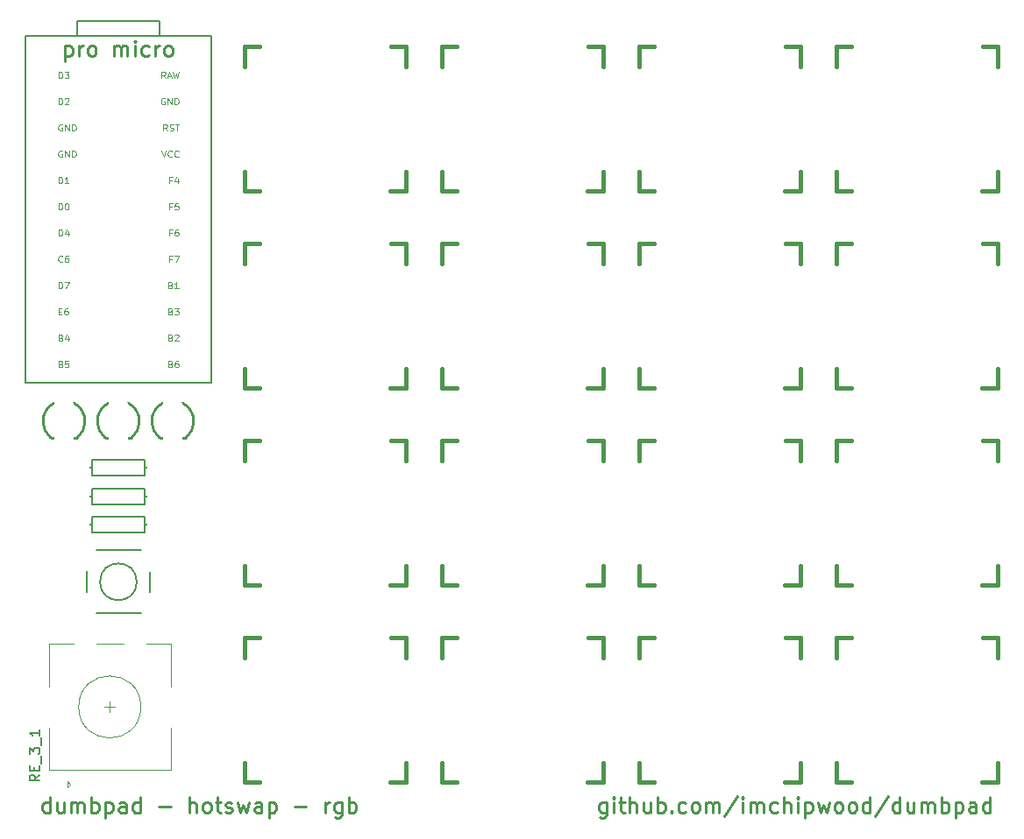
<source format=gto>
%TF.GenerationSoftware,KiCad,Pcbnew,(6.0.1)*%
%TF.CreationDate,2022-02-09T09:53:17+01:00*%
%TF.ProjectId,dumbpad,64756d62-7061-4642-9e6b-696361645f70,rev?*%
%TF.SameCoordinates,Original*%
%TF.FileFunction,Legend,Top*%
%TF.FilePolarity,Positive*%
%FSLAX46Y46*%
G04 Gerber Fmt 4.6, Leading zero omitted, Abs format (unit mm)*
G04 Created by KiCad (PCBNEW (6.0.1)) date 2022-02-09 09:53:17*
%MOMM*%
%LPD*%
G01*
G04 APERTURE LIST*
%ADD10C,0.152400*%
%ADD11C,0.112500*%
%ADD12C,0.262500*%
%ADD13C,0.150000*%
%ADD14C,0.203200*%
%ADD15C,0.120000*%
%ADD16C,0.254000*%
%ADD17C,0.381000*%
%ADD18C,2.006600*%
%ADD19C,2.100000*%
%ADD20R,2.000000X2.000000*%
%ADD21C,2.000000*%
%ADD22R,2.000000X3.200000*%
%ADD23C,4.100000*%
%ADD24C,1.700000*%
%ADD25C,3.600000*%
%ADD26C,1.477000*%
G04 APERTURE END LIST*
D10*
X119051100Y-68253600D02*
X119051100Y-101753600D01*
X106051100Y-66753600D02*
X114051100Y-66753600D01*
X106051100Y-68253600D02*
X106051100Y-66753600D01*
X114051100Y-66753600D02*
X114051100Y-68253600D01*
X114051100Y-68253600D02*
X119051100Y-68253600D01*
X101051100Y-68253600D02*
X106051100Y-68253600D01*
X101051100Y-101753600D02*
X101051100Y-68253600D01*
X119051100Y-101753600D02*
X101051100Y-101753600D01*
X106051100Y-68253600D02*
X114051100Y-68253600D01*
D11*
X104276010Y-87571992D02*
X104276010Y-86934492D01*
X104427796Y-86934492D01*
X104518867Y-86964850D01*
X104579582Y-87025564D01*
X104609939Y-87086278D01*
X104640296Y-87207707D01*
X104640296Y-87298778D01*
X104609939Y-87420207D01*
X104579582Y-87480921D01*
X104518867Y-87541635D01*
X104427796Y-87571992D01*
X104276010Y-87571992D01*
X105186725Y-87146992D02*
X105186725Y-87571992D01*
X105034939Y-86904135D02*
X104883153Y-87359492D01*
X105277796Y-87359492D01*
X115188689Y-89778064D02*
X114976189Y-89778064D01*
X114976189Y-90111992D02*
X114976189Y-89474492D01*
X115279760Y-89474492D01*
X115461903Y-89474492D02*
X115886903Y-89474492D01*
X115613689Y-90111992D01*
X104488510Y-99938064D02*
X104579582Y-99968421D01*
X104609939Y-99998778D01*
X104640296Y-100059492D01*
X104640296Y-100150564D01*
X104609939Y-100211278D01*
X104579582Y-100241635D01*
X104518867Y-100271992D01*
X104276010Y-100271992D01*
X104276010Y-99634492D01*
X104488510Y-99634492D01*
X104549225Y-99664850D01*
X104579582Y-99695207D01*
X104609939Y-99755921D01*
X104609939Y-99816635D01*
X104579582Y-99877350D01*
X104549225Y-99907707D01*
X104488510Y-99938064D01*
X104276010Y-99938064D01*
X105217082Y-99634492D02*
X104913510Y-99634492D01*
X104883153Y-99938064D01*
X104913510Y-99907707D01*
X104974225Y-99877350D01*
X105126010Y-99877350D01*
X105186725Y-99907707D01*
X105217082Y-99938064D01*
X105247439Y-99998778D01*
X105247439Y-100150564D01*
X105217082Y-100211278D01*
X105186725Y-100241635D01*
X105126010Y-100271992D01*
X104974225Y-100271992D01*
X104913510Y-100241635D01*
X104883153Y-100211278D01*
X104276010Y-92651992D02*
X104276010Y-92014492D01*
X104427796Y-92014492D01*
X104518867Y-92044850D01*
X104579582Y-92105564D01*
X104609939Y-92166278D01*
X104640296Y-92287707D01*
X104640296Y-92378778D01*
X104609939Y-92500207D01*
X104579582Y-92560921D01*
X104518867Y-92621635D01*
X104427796Y-92651992D01*
X104276010Y-92651992D01*
X104852796Y-92014492D02*
X105277796Y-92014492D01*
X105004582Y-92651992D01*
X115097617Y-92318064D02*
X115188689Y-92348421D01*
X115219046Y-92378778D01*
X115249403Y-92439492D01*
X115249403Y-92530564D01*
X115219046Y-92591278D01*
X115188689Y-92621635D01*
X115127975Y-92651992D01*
X114885117Y-92651992D01*
X114885117Y-92014492D01*
X115097617Y-92014492D01*
X115158332Y-92044850D01*
X115188689Y-92075207D01*
X115219046Y-92135921D01*
X115219046Y-92196635D01*
X115188689Y-92257350D01*
X115158332Y-92287707D01*
X115097617Y-92318064D01*
X114885117Y-92318064D01*
X115856546Y-92651992D02*
X115492260Y-92651992D01*
X115674403Y-92651992D02*
X115674403Y-92014492D01*
X115613689Y-92105564D01*
X115552975Y-92166278D01*
X115492260Y-92196635D01*
X115097617Y-97398064D02*
X115188689Y-97428421D01*
X115219046Y-97458778D01*
X115249403Y-97519492D01*
X115249403Y-97610564D01*
X115219046Y-97671278D01*
X115188689Y-97701635D01*
X115127975Y-97731992D01*
X114885117Y-97731992D01*
X114885117Y-97094492D01*
X115097617Y-97094492D01*
X115158332Y-97124850D01*
X115188689Y-97155207D01*
X115219046Y-97215921D01*
X115219046Y-97276635D01*
X115188689Y-97337350D01*
X115158332Y-97367707D01*
X115097617Y-97398064D01*
X114885117Y-97398064D01*
X115492260Y-97155207D02*
X115522617Y-97124850D01*
X115583332Y-97094492D01*
X115735117Y-97094492D01*
X115795832Y-97124850D01*
X115826189Y-97155207D01*
X115856546Y-97215921D01*
X115856546Y-97276635D01*
X115826189Y-97367707D01*
X115461903Y-97731992D01*
X115856546Y-97731992D01*
X104640296Y-90051278D02*
X104609939Y-90081635D01*
X104518867Y-90111992D01*
X104458153Y-90111992D01*
X104367082Y-90081635D01*
X104306367Y-90020921D01*
X104276010Y-89960207D01*
X104245653Y-89838778D01*
X104245653Y-89747707D01*
X104276010Y-89626278D01*
X104306367Y-89565564D01*
X104367082Y-89504850D01*
X104458153Y-89474492D01*
X104518867Y-89474492D01*
X104609939Y-89504850D01*
X104640296Y-89535207D01*
X105186725Y-89474492D02*
X105065296Y-89474492D01*
X105004582Y-89504850D01*
X104974225Y-89535207D01*
X104913510Y-89626278D01*
X104883153Y-89747707D01*
X104883153Y-89990564D01*
X104913510Y-90051278D01*
X104943867Y-90081635D01*
X105004582Y-90111992D01*
X105126010Y-90111992D01*
X105186725Y-90081635D01*
X105217082Y-90051278D01*
X105247439Y-89990564D01*
X105247439Y-89838778D01*
X105217082Y-89778064D01*
X105186725Y-89747707D01*
X105126010Y-89717350D01*
X105004582Y-89717350D01*
X104943867Y-89747707D01*
X104913510Y-89778064D01*
X104883153Y-89838778D01*
X104488510Y-97398064D02*
X104579582Y-97428421D01*
X104609939Y-97458778D01*
X104640296Y-97519492D01*
X104640296Y-97610564D01*
X104609939Y-97671278D01*
X104579582Y-97701635D01*
X104518867Y-97731992D01*
X104276010Y-97731992D01*
X104276010Y-97094492D01*
X104488510Y-97094492D01*
X104549225Y-97124850D01*
X104579582Y-97155207D01*
X104609939Y-97215921D01*
X104609939Y-97276635D01*
X104579582Y-97337350D01*
X104549225Y-97367707D01*
X104488510Y-97398064D01*
X104276010Y-97398064D01*
X105186725Y-97306992D02*
X105186725Y-97731992D01*
X105034939Y-97064135D02*
X104883153Y-97519492D01*
X105277796Y-97519492D01*
X104276010Y-72331992D02*
X104276010Y-71694492D01*
X104427796Y-71694492D01*
X104518867Y-71724850D01*
X104579582Y-71785564D01*
X104609939Y-71846278D01*
X104640296Y-71967707D01*
X104640296Y-72058778D01*
X104609939Y-72180207D01*
X104579582Y-72240921D01*
X104518867Y-72301635D01*
X104427796Y-72331992D01*
X104276010Y-72331992D01*
X104852796Y-71694492D02*
X105247439Y-71694492D01*
X105034939Y-71937350D01*
X105126010Y-71937350D01*
X105186725Y-71967707D01*
X105217082Y-71998064D01*
X105247439Y-72058778D01*
X105247439Y-72210564D01*
X105217082Y-72271278D01*
X105186725Y-72301635D01*
X105126010Y-72331992D01*
X104943867Y-72331992D01*
X104883153Y-72301635D01*
X104852796Y-72271278D01*
X114217260Y-79314492D02*
X114429760Y-79951992D01*
X114642260Y-79314492D01*
X115219046Y-79891278D02*
X115188689Y-79921635D01*
X115097617Y-79951992D01*
X115036903Y-79951992D01*
X114945832Y-79921635D01*
X114885117Y-79860921D01*
X114854760Y-79800207D01*
X114824403Y-79678778D01*
X114824403Y-79587707D01*
X114854760Y-79466278D01*
X114885117Y-79405564D01*
X114945832Y-79344850D01*
X115036903Y-79314492D01*
X115097617Y-79314492D01*
X115188689Y-79344850D01*
X115219046Y-79375207D01*
X115856546Y-79891278D02*
X115826189Y-79921635D01*
X115735117Y-79951992D01*
X115674403Y-79951992D01*
X115583332Y-79921635D01*
X115522617Y-79860921D01*
X115492260Y-79800207D01*
X115461903Y-79678778D01*
X115461903Y-79587707D01*
X115492260Y-79466278D01*
X115522617Y-79405564D01*
X115583332Y-79344850D01*
X115674403Y-79314492D01*
X115735117Y-79314492D01*
X115826189Y-79344850D01*
X115856546Y-79375207D01*
X104276010Y-94858064D02*
X104488510Y-94858064D01*
X104579582Y-95191992D02*
X104276010Y-95191992D01*
X104276010Y-94554492D01*
X104579582Y-94554492D01*
X105126010Y-94554492D02*
X105004582Y-94554492D01*
X104943867Y-94584850D01*
X104913510Y-94615207D01*
X104852796Y-94706278D01*
X104822439Y-94827707D01*
X104822439Y-95070564D01*
X104852796Y-95131278D01*
X104883153Y-95161635D01*
X104943867Y-95191992D01*
X105065296Y-95191992D01*
X105126010Y-95161635D01*
X105156367Y-95131278D01*
X105186725Y-95070564D01*
X105186725Y-94918778D01*
X105156367Y-94858064D01*
X105126010Y-94827707D01*
X105065296Y-94797350D01*
X104943867Y-94797350D01*
X104883153Y-94827707D01*
X104852796Y-94858064D01*
X104822439Y-94918778D01*
D12*
X104915683Y-69191100D02*
X104915683Y-70678600D01*
X104915683Y-69261933D02*
X105057350Y-69191100D01*
X105340683Y-69191100D01*
X105482350Y-69261933D01*
X105553183Y-69332766D01*
X105624016Y-69474433D01*
X105624016Y-69899433D01*
X105553183Y-70041100D01*
X105482350Y-70111933D01*
X105340683Y-70182766D01*
X105057350Y-70182766D01*
X104915683Y-70111933D01*
X106261516Y-70182766D02*
X106261516Y-69191100D01*
X106261516Y-69474433D02*
X106332350Y-69332766D01*
X106403183Y-69261933D01*
X106544850Y-69191100D01*
X106686516Y-69191100D01*
X107394850Y-70182766D02*
X107253183Y-70111933D01*
X107182350Y-70041100D01*
X107111516Y-69899433D01*
X107111516Y-69474433D01*
X107182350Y-69332766D01*
X107253183Y-69261933D01*
X107394850Y-69191100D01*
X107607350Y-69191100D01*
X107749016Y-69261933D01*
X107819850Y-69332766D01*
X107890683Y-69474433D01*
X107890683Y-69899433D01*
X107819850Y-70041100D01*
X107749016Y-70111933D01*
X107607350Y-70182766D01*
X107394850Y-70182766D01*
X109661516Y-70182766D02*
X109661516Y-69191100D01*
X109661516Y-69332766D02*
X109732350Y-69261933D01*
X109874016Y-69191100D01*
X110086516Y-69191100D01*
X110228183Y-69261933D01*
X110299016Y-69403600D01*
X110299016Y-70182766D01*
X110299016Y-69403600D02*
X110369850Y-69261933D01*
X110511516Y-69191100D01*
X110724016Y-69191100D01*
X110865683Y-69261933D01*
X110936516Y-69403600D01*
X110936516Y-70182766D01*
X111644850Y-70182766D02*
X111644850Y-69191100D01*
X111644850Y-68695266D02*
X111574016Y-68766100D01*
X111644850Y-68836933D01*
X111715683Y-68766100D01*
X111644850Y-68695266D01*
X111644850Y-68836933D01*
X112990683Y-70111933D02*
X112849016Y-70182766D01*
X112565683Y-70182766D01*
X112424016Y-70111933D01*
X112353183Y-70041100D01*
X112282350Y-69899433D01*
X112282350Y-69474433D01*
X112353183Y-69332766D01*
X112424016Y-69261933D01*
X112565683Y-69191100D01*
X112849016Y-69191100D01*
X112990683Y-69261933D01*
X113628183Y-70182766D02*
X113628183Y-69191100D01*
X113628183Y-69474433D02*
X113699016Y-69332766D01*
X113769850Y-69261933D01*
X113911516Y-69191100D01*
X114053183Y-69191100D01*
X114761516Y-70182766D02*
X114619850Y-70111933D01*
X114549016Y-70041100D01*
X114478183Y-69899433D01*
X114478183Y-69474433D01*
X114549016Y-69332766D01*
X114619850Y-69261933D01*
X114761516Y-69191100D01*
X114974016Y-69191100D01*
X115115683Y-69261933D01*
X115186516Y-69332766D01*
X115257350Y-69474433D01*
X115257350Y-69899433D01*
X115186516Y-70041100D01*
X115115683Y-70111933D01*
X114974016Y-70182766D01*
X114761516Y-70182766D01*
D11*
X114581546Y-72331992D02*
X114369046Y-72028421D01*
X114217260Y-72331992D02*
X114217260Y-71694492D01*
X114460117Y-71694492D01*
X114520832Y-71724850D01*
X114551189Y-71755207D01*
X114581546Y-71815921D01*
X114581546Y-71906992D01*
X114551189Y-71967707D01*
X114520832Y-71998064D01*
X114460117Y-72028421D01*
X114217260Y-72028421D01*
X114824403Y-72149850D02*
X115127975Y-72149850D01*
X114763689Y-72331992D02*
X114976189Y-71694492D01*
X115188689Y-72331992D01*
X115340475Y-71694492D02*
X115492260Y-72331992D01*
X115613689Y-71876635D01*
X115735117Y-72331992D01*
X115886903Y-71694492D01*
D12*
X103413391Y-143307766D02*
X103413391Y-141820266D01*
X103413391Y-143236933D02*
X103271725Y-143307766D01*
X102988391Y-143307766D01*
X102846725Y-143236933D01*
X102775891Y-143166100D01*
X102705058Y-143024433D01*
X102705058Y-142599433D01*
X102775891Y-142457766D01*
X102846725Y-142386933D01*
X102988391Y-142316100D01*
X103271725Y-142316100D01*
X103413391Y-142386933D01*
X104759225Y-142316100D02*
X104759225Y-143307766D01*
X104121725Y-142316100D02*
X104121725Y-143095266D01*
X104192558Y-143236933D01*
X104334225Y-143307766D01*
X104546725Y-143307766D01*
X104688391Y-143236933D01*
X104759225Y-143166100D01*
X105467558Y-143307766D02*
X105467558Y-142316100D01*
X105467558Y-142457766D02*
X105538391Y-142386933D01*
X105680058Y-142316100D01*
X105892558Y-142316100D01*
X106034225Y-142386933D01*
X106105058Y-142528600D01*
X106105058Y-143307766D01*
X106105058Y-142528600D02*
X106175891Y-142386933D01*
X106317558Y-142316100D01*
X106530058Y-142316100D01*
X106671725Y-142386933D01*
X106742558Y-142528600D01*
X106742558Y-143307766D01*
X107450891Y-143307766D02*
X107450891Y-141820266D01*
X107450891Y-142386933D02*
X107592558Y-142316100D01*
X107875891Y-142316100D01*
X108017558Y-142386933D01*
X108088391Y-142457766D01*
X108159225Y-142599433D01*
X108159225Y-143024433D01*
X108088391Y-143166100D01*
X108017558Y-143236933D01*
X107875891Y-143307766D01*
X107592558Y-143307766D01*
X107450891Y-143236933D01*
X108796725Y-142316100D02*
X108796725Y-143803600D01*
X108796725Y-142386933D02*
X108938391Y-142316100D01*
X109221725Y-142316100D01*
X109363391Y-142386933D01*
X109434225Y-142457766D01*
X109505058Y-142599433D01*
X109505058Y-143024433D01*
X109434225Y-143166100D01*
X109363391Y-143236933D01*
X109221725Y-143307766D01*
X108938391Y-143307766D01*
X108796725Y-143236933D01*
X110780058Y-143307766D02*
X110780058Y-142528600D01*
X110709225Y-142386933D01*
X110567558Y-142316100D01*
X110284225Y-142316100D01*
X110142558Y-142386933D01*
X110780058Y-143236933D02*
X110638391Y-143307766D01*
X110284225Y-143307766D01*
X110142558Y-143236933D01*
X110071725Y-143095266D01*
X110071725Y-142953600D01*
X110142558Y-142811933D01*
X110284225Y-142741100D01*
X110638391Y-142741100D01*
X110780058Y-142670266D01*
X112125891Y-143307766D02*
X112125891Y-141820266D01*
X112125891Y-143236933D02*
X111984225Y-143307766D01*
X111700891Y-143307766D01*
X111559225Y-143236933D01*
X111488391Y-143166100D01*
X111417558Y-143024433D01*
X111417558Y-142599433D01*
X111488391Y-142457766D01*
X111559225Y-142386933D01*
X111700891Y-142316100D01*
X111984225Y-142316100D01*
X112125891Y-142386933D01*
X113967558Y-142741100D02*
X115100891Y-142741100D01*
X116942558Y-143307766D02*
X116942558Y-141820266D01*
X117580058Y-143307766D02*
X117580058Y-142528600D01*
X117509225Y-142386933D01*
X117367558Y-142316100D01*
X117155058Y-142316100D01*
X117013391Y-142386933D01*
X116942558Y-142457766D01*
X118500891Y-143307766D02*
X118359225Y-143236933D01*
X118288391Y-143166100D01*
X118217558Y-143024433D01*
X118217558Y-142599433D01*
X118288391Y-142457766D01*
X118359225Y-142386933D01*
X118500891Y-142316100D01*
X118713391Y-142316100D01*
X118855058Y-142386933D01*
X118925891Y-142457766D01*
X118996725Y-142599433D01*
X118996725Y-143024433D01*
X118925891Y-143166100D01*
X118855058Y-143236933D01*
X118713391Y-143307766D01*
X118500891Y-143307766D01*
X119421725Y-142316100D02*
X119988391Y-142316100D01*
X119634225Y-141820266D02*
X119634225Y-143095266D01*
X119705058Y-143236933D01*
X119846725Y-143307766D01*
X119988391Y-143307766D01*
X120413391Y-143236933D02*
X120555058Y-143307766D01*
X120838391Y-143307766D01*
X120980058Y-143236933D01*
X121050891Y-143095266D01*
X121050891Y-143024433D01*
X120980058Y-142882766D01*
X120838391Y-142811933D01*
X120625891Y-142811933D01*
X120484225Y-142741100D01*
X120413391Y-142599433D01*
X120413391Y-142528600D01*
X120484225Y-142386933D01*
X120625891Y-142316100D01*
X120838391Y-142316100D01*
X120980058Y-142386933D01*
X121546725Y-142316100D02*
X121830058Y-143307766D01*
X122113391Y-142599433D01*
X122396725Y-143307766D01*
X122680058Y-142316100D01*
X123884225Y-143307766D02*
X123884225Y-142528600D01*
X123813391Y-142386933D01*
X123671725Y-142316100D01*
X123388391Y-142316100D01*
X123246725Y-142386933D01*
X123884225Y-143236933D02*
X123742558Y-143307766D01*
X123388391Y-143307766D01*
X123246725Y-143236933D01*
X123175891Y-143095266D01*
X123175891Y-142953600D01*
X123246725Y-142811933D01*
X123388391Y-142741100D01*
X123742558Y-142741100D01*
X123884225Y-142670266D01*
X124592558Y-142316100D02*
X124592558Y-143803600D01*
X124592558Y-142386933D02*
X124734225Y-142316100D01*
X125017558Y-142316100D01*
X125159225Y-142386933D01*
X125230058Y-142457766D01*
X125300891Y-142599433D01*
X125300891Y-143024433D01*
X125230058Y-143166100D01*
X125159225Y-143236933D01*
X125017558Y-143307766D01*
X124734225Y-143307766D01*
X124592558Y-143236933D01*
X127071725Y-142741100D02*
X128205058Y-142741100D01*
X130046725Y-143307766D02*
X130046725Y-142316100D01*
X130046725Y-142599433D02*
X130117558Y-142457766D01*
X130188391Y-142386933D01*
X130330058Y-142316100D01*
X130471725Y-142316100D01*
X131605058Y-142316100D02*
X131605058Y-143520266D01*
X131534225Y-143661933D01*
X131463391Y-143732766D01*
X131321725Y-143803600D01*
X131109225Y-143803600D01*
X130967558Y-143732766D01*
X131605058Y-143236933D02*
X131463391Y-143307766D01*
X131180058Y-143307766D01*
X131038391Y-143236933D01*
X130967558Y-143166100D01*
X130896725Y-143024433D01*
X130896725Y-142599433D01*
X130967558Y-142457766D01*
X131038391Y-142386933D01*
X131180058Y-142316100D01*
X131463391Y-142316100D01*
X131605058Y-142386933D01*
X132313391Y-143307766D02*
X132313391Y-141820266D01*
X132313391Y-142386933D02*
X132455058Y-142316100D01*
X132738391Y-142316100D01*
X132880058Y-142386933D01*
X132950891Y-142457766D01*
X133021725Y-142599433D01*
X133021725Y-143024433D01*
X132950891Y-143166100D01*
X132880058Y-143236933D01*
X132738391Y-143307766D01*
X132455058Y-143307766D01*
X132313391Y-143236933D01*
D11*
X104276010Y-85031992D02*
X104276010Y-84394492D01*
X104427796Y-84394492D01*
X104518867Y-84424850D01*
X104579582Y-84485564D01*
X104609939Y-84546278D01*
X104640296Y-84667707D01*
X104640296Y-84758778D01*
X104609939Y-84880207D01*
X104579582Y-84940921D01*
X104518867Y-85001635D01*
X104427796Y-85031992D01*
X104276010Y-85031992D01*
X105034939Y-84394492D02*
X105095653Y-84394492D01*
X105156367Y-84424850D01*
X105186725Y-84455207D01*
X105217082Y-84515921D01*
X105247439Y-84637350D01*
X105247439Y-84789135D01*
X105217082Y-84910564D01*
X105186725Y-84971278D01*
X105156367Y-85001635D01*
X105095653Y-85031992D01*
X105034939Y-85031992D01*
X104974225Y-85001635D01*
X104943867Y-84971278D01*
X104913510Y-84910564D01*
X104883153Y-84789135D01*
X104883153Y-84637350D01*
X104913510Y-84515921D01*
X104943867Y-84455207D01*
X104974225Y-84424850D01*
X105034939Y-84394492D01*
X115097617Y-99938064D02*
X115188689Y-99968421D01*
X115219046Y-99998778D01*
X115249403Y-100059492D01*
X115249403Y-100150564D01*
X115219046Y-100211278D01*
X115188689Y-100241635D01*
X115127975Y-100271992D01*
X114885117Y-100271992D01*
X114885117Y-99634492D01*
X115097617Y-99634492D01*
X115158332Y-99664850D01*
X115188689Y-99695207D01*
X115219046Y-99755921D01*
X115219046Y-99816635D01*
X115188689Y-99877350D01*
X115158332Y-99907707D01*
X115097617Y-99938064D01*
X114885117Y-99938064D01*
X115795832Y-99634492D02*
X115674403Y-99634492D01*
X115613689Y-99664850D01*
X115583332Y-99695207D01*
X115522617Y-99786278D01*
X115492260Y-99907707D01*
X115492260Y-100150564D01*
X115522617Y-100211278D01*
X115552975Y-100241635D01*
X115613689Y-100271992D01*
X115735117Y-100271992D01*
X115795832Y-100241635D01*
X115826189Y-100211278D01*
X115856546Y-100150564D01*
X115856546Y-99998778D01*
X115826189Y-99938064D01*
X115795832Y-99907707D01*
X115735117Y-99877350D01*
X115613689Y-99877350D01*
X115552975Y-99907707D01*
X115522617Y-99938064D01*
X115492260Y-99998778D01*
X104276010Y-74871992D02*
X104276010Y-74234492D01*
X104427796Y-74234492D01*
X104518867Y-74264850D01*
X104579582Y-74325564D01*
X104609939Y-74386278D01*
X104640296Y-74507707D01*
X104640296Y-74598778D01*
X104609939Y-74720207D01*
X104579582Y-74780921D01*
X104518867Y-74841635D01*
X104427796Y-74871992D01*
X104276010Y-74871992D01*
X104883153Y-74295207D02*
X104913510Y-74264850D01*
X104974225Y-74234492D01*
X105126010Y-74234492D01*
X105186725Y-74264850D01*
X105217082Y-74295207D01*
X105247439Y-74355921D01*
X105247439Y-74416635D01*
X105217082Y-74507707D01*
X104852796Y-74871992D01*
X105247439Y-74871992D01*
X115188689Y-84698064D02*
X114976189Y-84698064D01*
X114976189Y-85031992D02*
X114976189Y-84394492D01*
X115279760Y-84394492D01*
X115826189Y-84394492D02*
X115522617Y-84394492D01*
X115492260Y-84698064D01*
X115522617Y-84667707D01*
X115583332Y-84637350D01*
X115735117Y-84637350D01*
X115795832Y-84667707D01*
X115826189Y-84698064D01*
X115856546Y-84758778D01*
X115856546Y-84910564D01*
X115826189Y-84971278D01*
X115795832Y-85001635D01*
X115735117Y-85031992D01*
X115583332Y-85031992D01*
X115522617Y-85001635D01*
X115492260Y-84971278D01*
X114520832Y-74264850D02*
X114460117Y-74234492D01*
X114369046Y-74234492D01*
X114277975Y-74264850D01*
X114217260Y-74325564D01*
X114186903Y-74386278D01*
X114156546Y-74507707D01*
X114156546Y-74598778D01*
X114186903Y-74720207D01*
X114217260Y-74780921D01*
X114277975Y-74841635D01*
X114369046Y-74871992D01*
X114429760Y-74871992D01*
X114520832Y-74841635D01*
X114551189Y-74811278D01*
X114551189Y-74598778D01*
X114429760Y-74598778D01*
X114824403Y-74871992D02*
X114824403Y-74234492D01*
X115188689Y-74871992D01*
X115188689Y-74234492D01*
X115492260Y-74871992D02*
X115492260Y-74234492D01*
X115644046Y-74234492D01*
X115735117Y-74264850D01*
X115795832Y-74325564D01*
X115826189Y-74386278D01*
X115856546Y-74507707D01*
X115856546Y-74598778D01*
X115826189Y-74720207D01*
X115795832Y-74780921D01*
X115735117Y-74841635D01*
X115644046Y-74871992D01*
X115492260Y-74871992D01*
X114763689Y-77411992D02*
X114551189Y-77108421D01*
X114399403Y-77411992D02*
X114399403Y-76774492D01*
X114642260Y-76774492D01*
X114702975Y-76804850D01*
X114733332Y-76835207D01*
X114763689Y-76895921D01*
X114763689Y-76986992D01*
X114733332Y-77047707D01*
X114702975Y-77078064D01*
X114642260Y-77108421D01*
X114399403Y-77108421D01*
X115006546Y-77381635D02*
X115097617Y-77411992D01*
X115249403Y-77411992D01*
X115310117Y-77381635D01*
X115340475Y-77351278D01*
X115370832Y-77290564D01*
X115370832Y-77229850D01*
X115340475Y-77169135D01*
X115310117Y-77138778D01*
X115249403Y-77108421D01*
X115127975Y-77078064D01*
X115067260Y-77047707D01*
X115036903Y-77017350D01*
X115006546Y-76956635D01*
X115006546Y-76895921D01*
X115036903Y-76835207D01*
X115067260Y-76804850D01*
X115127975Y-76774492D01*
X115279760Y-76774492D01*
X115370832Y-76804850D01*
X115552975Y-76774492D02*
X115917260Y-76774492D01*
X115735117Y-77411992D02*
X115735117Y-76774492D01*
X115188689Y-87238064D02*
X114976189Y-87238064D01*
X114976189Y-87571992D02*
X114976189Y-86934492D01*
X115279760Y-86934492D01*
X115795832Y-86934492D02*
X115674403Y-86934492D01*
X115613689Y-86964850D01*
X115583332Y-86995207D01*
X115522617Y-87086278D01*
X115492260Y-87207707D01*
X115492260Y-87450564D01*
X115522617Y-87511278D01*
X115552975Y-87541635D01*
X115613689Y-87571992D01*
X115735117Y-87571992D01*
X115795832Y-87541635D01*
X115826189Y-87511278D01*
X115856546Y-87450564D01*
X115856546Y-87298778D01*
X115826189Y-87238064D01*
X115795832Y-87207707D01*
X115735117Y-87177350D01*
X115613689Y-87177350D01*
X115552975Y-87207707D01*
X115522617Y-87238064D01*
X115492260Y-87298778D01*
X104609939Y-76804850D02*
X104549225Y-76774492D01*
X104458153Y-76774492D01*
X104367082Y-76804850D01*
X104306367Y-76865564D01*
X104276010Y-76926278D01*
X104245653Y-77047707D01*
X104245653Y-77138778D01*
X104276010Y-77260207D01*
X104306367Y-77320921D01*
X104367082Y-77381635D01*
X104458153Y-77411992D01*
X104518867Y-77411992D01*
X104609939Y-77381635D01*
X104640296Y-77351278D01*
X104640296Y-77138778D01*
X104518867Y-77138778D01*
X104913510Y-77411992D02*
X104913510Y-76774492D01*
X105277796Y-77411992D01*
X105277796Y-76774492D01*
X105581367Y-77411992D02*
X105581367Y-76774492D01*
X105733153Y-76774492D01*
X105824225Y-76804850D01*
X105884939Y-76865564D01*
X105915296Y-76926278D01*
X105945653Y-77047707D01*
X105945653Y-77138778D01*
X105915296Y-77260207D01*
X105884939Y-77320921D01*
X105824225Y-77381635D01*
X105733153Y-77411992D01*
X105581367Y-77411992D01*
D12*
X157180475Y-142316100D02*
X157180475Y-143520266D01*
X157109641Y-143661933D01*
X157038808Y-143732766D01*
X156897141Y-143803600D01*
X156684641Y-143803600D01*
X156542975Y-143732766D01*
X157180475Y-143236933D02*
X157038808Y-143307766D01*
X156755475Y-143307766D01*
X156613808Y-143236933D01*
X156542975Y-143166100D01*
X156472141Y-143024433D01*
X156472141Y-142599433D01*
X156542975Y-142457766D01*
X156613808Y-142386933D01*
X156755475Y-142316100D01*
X157038808Y-142316100D01*
X157180475Y-142386933D01*
X157888808Y-143307766D02*
X157888808Y-142316100D01*
X157888808Y-141820266D02*
X157817975Y-141891100D01*
X157888808Y-141961933D01*
X157959641Y-141891100D01*
X157888808Y-141820266D01*
X157888808Y-141961933D01*
X158384641Y-142316100D02*
X158951308Y-142316100D01*
X158597141Y-141820266D02*
X158597141Y-143095266D01*
X158667975Y-143236933D01*
X158809641Y-143307766D01*
X158951308Y-143307766D01*
X159447141Y-143307766D02*
X159447141Y-141820266D01*
X160084641Y-143307766D02*
X160084641Y-142528600D01*
X160013808Y-142386933D01*
X159872141Y-142316100D01*
X159659641Y-142316100D01*
X159517975Y-142386933D01*
X159447141Y-142457766D01*
X161430475Y-142316100D02*
X161430475Y-143307766D01*
X160792975Y-142316100D02*
X160792975Y-143095266D01*
X160863808Y-143236933D01*
X161005475Y-143307766D01*
X161217975Y-143307766D01*
X161359641Y-143236933D01*
X161430475Y-143166100D01*
X162138808Y-143307766D02*
X162138808Y-141820266D01*
X162138808Y-142386933D02*
X162280475Y-142316100D01*
X162563808Y-142316100D01*
X162705475Y-142386933D01*
X162776308Y-142457766D01*
X162847141Y-142599433D01*
X162847141Y-143024433D01*
X162776308Y-143166100D01*
X162705475Y-143236933D01*
X162563808Y-143307766D01*
X162280475Y-143307766D01*
X162138808Y-143236933D01*
X163484641Y-143166100D02*
X163555475Y-143236933D01*
X163484641Y-143307766D01*
X163413808Y-143236933D01*
X163484641Y-143166100D01*
X163484641Y-143307766D01*
X164830475Y-143236933D02*
X164688808Y-143307766D01*
X164405475Y-143307766D01*
X164263808Y-143236933D01*
X164192975Y-143166100D01*
X164122141Y-143024433D01*
X164122141Y-142599433D01*
X164192975Y-142457766D01*
X164263808Y-142386933D01*
X164405475Y-142316100D01*
X164688808Y-142316100D01*
X164830475Y-142386933D01*
X165680475Y-143307766D02*
X165538808Y-143236933D01*
X165467975Y-143166100D01*
X165397141Y-143024433D01*
X165397141Y-142599433D01*
X165467975Y-142457766D01*
X165538808Y-142386933D01*
X165680475Y-142316100D01*
X165892975Y-142316100D01*
X166034641Y-142386933D01*
X166105475Y-142457766D01*
X166176308Y-142599433D01*
X166176308Y-143024433D01*
X166105475Y-143166100D01*
X166034641Y-143236933D01*
X165892975Y-143307766D01*
X165680475Y-143307766D01*
X166813808Y-143307766D02*
X166813808Y-142316100D01*
X166813808Y-142457766D02*
X166884641Y-142386933D01*
X167026308Y-142316100D01*
X167238808Y-142316100D01*
X167380475Y-142386933D01*
X167451308Y-142528600D01*
X167451308Y-143307766D01*
X167451308Y-142528600D02*
X167522141Y-142386933D01*
X167663808Y-142316100D01*
X167876308Y-142316100D01*
X168017975Y-142386933D01*
X168088808Y-142528600D01*
X168088808Y-143307766D01*
X169859641Y-141749433D02*
X168584641Y-143661933D01*
X170355475Y-143307766D02*
X170355475Y-142316100D01*
X170355475Y-141820266D02*
X170284641Y-141891100D01*
X170355475Y-141961933D01*
X170426308Y-141891100D01*
X170355475Y-141820266D01*
X170355475Y-141961933D01*
X171063808Y-143307766D02*
X171063808Y-142316100D01*
X171063808Y-142457766D02*
X171134641Y-142386933D01*
X171276308Y-142316100D01*
X171488808Y-142316100D01*
X171630475Y-142386933D01*
X171701308Y-142528600D01*
X171701308Y-143307766D01*
X171701308Y-142528600D02*
X171772141Y-142386933D01*
X171913808Y-142316100D01*
X172126308Y-142316100D01*
X172267975Y-142386933D01*
X172338808Y-142528600D01*
X172338808Y-143307766D01*
X173684641Y-143236933D02*
X173542975Y-143307766D01*
X173259641Y-143307766D01*
X173117975Y-143236933D01*
X173047141Y-143166100D01*
X172976308Y-143024433D01*
X172976308Y-142599433D01*
X173047141Y-142457766D01*
X173117975Y-142386933D01*
X173259641Y-142316100D01*
X173542975Y-142316100D01*
X173684641Y-142386933D01*
X174322141Y-143307766D02*
X174322141Y-141820266D01*
X174959641Y-143307766D02*
X174959641Y-142528600D01*
X174888808Y-142386933D01*
X174747141Y-142316100D01*
X174534641Y-142316100D01*
X174392975Y-142386933D01*
X174322141Y-142457766D01*
X175667975Y-143307766D02*
X175667975Y-142316100D01*
X175667975Y-141820266D02*
X175597141Y-141891100D01*
X175667975Y-141961933D01*
X175738808Y-141891100D01*
X175667975Y-141820266D01*
X175667975Y-141961933D01*
X176376308Y-142316100D02*
X176376308Y-143803600D01*
X176376308Y-142386933D02*
X176517975Y-142316100D01*
X176801308Y-142316100D01*
X176942975Y-142386933D01*
X177013808Y-142457766D01*
X177084641Y-142599433D01*
X177084641Y-143024433D01*
X177013808Y-143166100D01*
X176942975Y-143236933D01*
X176801308Y-143307766D01*
X176517975Y-143307766D01*
X176376308Y-143236933D01*
X177580475Y-142316100D02*
X177863808Y-143307766D01*
X178147141Y-142599433D01*
X178430475Y-143307766D01*
X178713808Y-142316100D01*
X179492975Y-143307766D02*
X179351308Y-143236933D01*
X179280475Y-143166100D01*
X179209641Y-143024433D01*
X179209641Y-142599433D01*
X179280475Y-142457766D01*
X179351308Y-142386933D01*
X179492975Y-142316100D01*
X179705475Y-142316100D01*
X179847141Y-142386933D01*
X179917975Y-142457766D01*
X179988808Y-142599433D01*
X179988808Y-143024433D01*
X179917975Y-143166100D01*
X179847141Y-143236933D01*
X179705475Y-143307766D01*
X179492975Y-143307766D01*
X180838808Y-143307766D02*
X180697141Y-143236933D01*
X180626308Y-143166100D01*
X180555475Y-143024433D01*
X180555475Y-142599433D01*
X180626308Y-142457766D01*
X180697141Y-142386933D01*
X180838808Y-142316100D01*
X181051308Y-142316100D01*
X181192975Y-142386933D01*
X181263808Y-142457766D01*
X181334641Y-142599433D01*
X181334641Y-143024433D01*
X181263808Y-143166100D01*
X181192975Y-143236933D01*
X181051308Y-143307766D01*
X180838808Y-143307766D01*
X182609641Y-143307766D02*
X182609641Y-141820266D01*
X182609641Y-143236933D02*
X182467975Y-143307766D01*
X182184641Y-143307766D01*
X182042975Y-143236933D01*
X181972141Y-143166100D01*
X181901308Y-143024433D01*
X181901308Y-142599433D01*
X181972141Y-142457766D01*
X182042975Y-142386933D01*
X182184641Y-142316100D01*
X182467975Y-142316100D01*
X182609641Y-142386933D01*
X184380475Y-141749433D02*
X183105475Y-143661933D01*
X185513808Y-143307766D02*
X185513808Y-141820266D01*
X185513808Y-143236933D02*
X185372141Y-143307766D01*
X185088808Y-143307766D01*
X184947141Y-143236933D01*
X184876308Y-143166100D01*
X184805475Y-143024433D01*
X184805475Y-142599433D01*
X184876308Y-142457766D01*
X184947141Y-142386933D01*
X185088808Y-142316100D01*
X185372141Y-142316100D01*
X185513808Y-142386933D01*
X186859641Y-142316100D02*
X186859641Y-143307766D01*
X186222141Y-142316100D02*
X186222141Y-143095266D01*
X186292975Y-143236933D01*
X186434641Y-143307766D01*
X186647141Y-143307766D01*
X186788808Y-143236933D01*
X186859641Y-143166100D01*
X187567975Y-143307766D02*
X187567975Y-142316100D01*
X187567975Y-142457766D02*
X187638808Y-142386933D01*
X187780475Y-142316100D01*
X187992975Y-142316100D01*
X188134641Y-142386933D01*
X188205475Y-142528600D01*
X188205475Y-143307766D01*
X188205475Y-142528600D02*
X188276308Y-142386933D01*
X188417975Y-142316100D01*
X188630475Y-142316100D01*
X188772141Y-142386933D01*
X188842975Y-142528600D01*
X188842975Y-143307766D01*
X189551308Y-143307766D02*
X189551308Y-141820266D01*
X189551308Y-142386933D02*
X189692975Y-142316100D01*
X189976308Y-142316100D01*
X190117975Y-142386933D01*
X190188808Y-142457766D01*
X190259641Y-142599433D01*
X190259641Y-143024433D01*
X190188808Y-143166100D01*
X190117975Y-143236933D01*
X189976308Y-143307766D01*
X189692975Y-143307766D01*
X189551308Y-143236933D01*
X190897141Y-142316100D02*
X190897141Y-143803600D01*
X190897141Y-142386933D02*
X191038808Y-142316100D01*
X191322141Y-142316100D01*
X191463808Y-142386933D01*
X191534641Y-142457766D01*
X191605475Y-142599433D01*
X191605475Y-143024433D01*
X191534641Y-143166100D01*
X191463808Y-143236933D01*
X191322141Y-143307766D01*
X191038808Y-143307766D01*
X190897141Y-143236933D01*
X192880475Y-143307766D02*
X192880475Y-142528600D01*
X192809641Y-142386933D01*
X192667975Y-142316100D01*
X192384641Y-142316100D01*
X192242975Y-142386933D01*
X192880475Y-143236933D02*
X192738808Y-143307766D01*
X192384641Y-143307766D01*
X192242975Y-143236933D01*
X192172141Y-143095266D01*
X192172141Y-142953600D01*
X192242975Y-142811933D01*
X192384641Y-142741100D01*
X192738808Y-142741100D01*
X192880475Y-142670266D01*
X194226308Y-143307766D02*
X194226308Y-141820266D01*
X194226308Y-143236933D02*
X194084641Y-143307766D01*
X193801308Y-143307766D01*
X193659641Y-143236933D01*
X193588808Y-143166100D01*
X193517975Y-143024433D01*
X193517975Y-142599433D01*
X193588808Y-142457766D01*
X193659641Y-142386933D01*
X193801308Y-142316100D01*
X194084641Y-142316100D01*
X194226308Y-142386933D01*
D11*
X115097617Y-94858064D02*
X115188689Y-94888421D01*
X115219046Y-94918778D01*
X115249403Y-94979492D01*
X115249403Y-95070564D01*
X115219046Y-95131278D01*
X115188689Y-95161635D01*
X115127975Y-95191992D01*
X114885117Y-95191992D01*
X114885117Y-94554492D01*
X115097617Y-94554492D01*
X115158332Y-94584850D01*
X115188689Y-94615207D01*
X115219046Y-94675921D01*
X115219046Y-94736635D01*
X115188689Y-94797350D01*
X115158332Y-94827707D01*
X115097617Y-94858064D01*
X114885117Y-94858064D01*
X115461903Y-94554492D02*
X115856546Y-94554492D01*
X115644046Y-94797350D01*
X115735117Y-94797350D01*
X115795832Y-94827707D01*
X115826189Y-94858064D01*
X115856546Y-94918778D01*
X115856546Y-95070564D01*
X115826189Y-95131278D01*
X115795832Y-95161635D01*
X115735117Y-95191992D01*
X115552975Y-95191992D01*
X115492260Y-95161635D01*
X115461903Y-95131278D01*
X104276010Y-82491992D02*
X104276010Y-81854492D01*
X104427796Y-81854492D01*
X104518867Y-81884850D01*
X104579582Y-81945564D01*
X104609939Y-82006278D01*
X104640296Y-82127707D01*
X104640296Y-82218778D01*
X104609939Y-82340207D01*
X104579582Y-82400921D01*
X104518867Y-82461635D01*
X104427796Y-82491992D01*
X104276010Y-82491992D01*
X105247439Y-82491992D02*
X104883153Y-82491992D01*
X105065296Y-82491992D02*
X105065296Y-81854492D01*
X105004582Y-81945564D01*
X104943867Y-82006278D01*
X104883153Y-82036635D01*
X115188689Y-82158064D02*
X114976189Y-82158064D01*
X114976189Y-82491992D02*
X114976189Y-81854492D01*
X115279760Y-81854492D01*
X115795832Y-82066992D02*
X115795832Y-82491992D01*
X115644046Y-81824135D02*
X115492260Y-82279492D01*
X115886903Y-82279492D01*
X104609939Y-79344850D02*
X104549225Y-79314492D01*
X104458153Y-79314492D01*
X104367082Y-79344850D01*
X104306367Y-79405564D01*
X104276010Y-79466278D01*
X104245653Y-79587707D01*
X104245653Y-79678778D01*
X104276010Y-79800207D01*
X104306367Y-79860921D01*
X104367082Y-79921635D01*
X104458153Y-79951992D01*
X104518867Y-79951992D01*
X104609939Y-79921635D01*
X104640296Y-79891278D01*
X104640296Y-79678778D01*
X104518867Y-79678778D01*
X104913510Y-79951992D02*
X104913510Y-79314492D01*
X105277796Y-79951992D01*
X105277796Y-79314492D01*
X105581367Y-79951992D02*
X105581367Y-79314492D01*
X105733153Y-79314492D01*
X105824225Y-79344850D01*
X105884939Y-79405564D01*
X105915296Y-79466278D01*
X105945653Y-79587707D01*
X105945653Y-79678778D01*
X105915296Y-79800207D01*
X105884939Y-79860921D01*
X105824225Y-79921635D01*
X105733153Y-79951992D01*
X105581367Y-79951992D01*
D13*
%TO.C,RE_3_1*%
X102472380Y-139657142D02*
X101996190Y-139990476D01*
X102472380Y-140228571D02*
X101472380Y-140228571D01*
X101472380Y-139847619D01*
X101520000Y-139752380D01*
X101567619Y-139704761D01*
X101662857Y-139657142D01*
X101805714Y-139657142D01*
X101900952Y-139704761D01*
X101948571Y-139752380D01*
X101996190Y-139847619D01*
X101996190Y-140228571D01*
X101948571Y-139228571D02*
X101948571Y-138895238D01*
X102472380Y-138752380D02*
X102472380Y-139228571D01*
X101472380Y-139228571D01*
X101472380Y-138752380D01*
X102567619Y-138561904D02*
X102567619Y-137800000D01*
X101472380Y-137657142D02*
X101472380Y-137038095D01*
X101853333Y-137371428D01*
X101853333Y-137228571D01*
X101900952Y-137133333D01*
X101948571Y-137085714D01*
X102043809Y-137038095D01*
X102281904Y-137038095D01*
X102377142Y-137085714D01*
X102424761Y-137133333D01*
X102472380Y-137228571D01*
X102472380Y-137514285D01*
X102424761Y-137609523D01*
X102377142Y-137657142D01*
X102567619Y-136847619D02*
X102567619Y-136085714D01*
X102472380Y-135323809D02*
X102472380Y-135895238D01*
X102472380Y-135609523D02*
X101472380Y-135609523D01*
X101615238Y-135704761D01*
X101710476Y-135800000D01*
X101758095Y-135895238D01*
D14*
%TO.C,S17*%
X107892100Y-124051600D02*
X112210100Y-124051600D01*
X107003100Y-119975600D02*
X107003100Y-122019600D01*
X112210100Y-117955600D02*
X107892100Y-117955600D01*
X113099100Y-120005600D02*
X113099100Y-122019600D01*
X111829100Y-121003600D02*
G75*
G03*
X111829100Y-121003600I-1778000J0D01*
G01*
D15*
%TO.C,RE_3_1*%
X105120000Y-140900000D02*
X105120000Y-140300000D01*
X108720000Y-133100000D02*
X109720000Y-133100000D01*
X105420000Y-140600000D02*
X105120000Y-140900000D01*
X115120000Y-135100000D02*
X115120000Y-139200000D01*
X112720000Y-127000000D02*
X115120000Y-127000000D01*
X109220000Y-133600000D02*
X109220000Y-132600000D01*
X103320000Y-127000000D02*
X105720000Y-127000000D01*
X103320000Y-135100000D02*
X103320000Y-139200000D01*
X107920000Y-127000000D02*
X110520000Y-127000000D01*
X105120000Y-140300000D02*
X105420000Y-140600000D01*
X103320000Y-139200000D02*
X115120000Y-139200000D01*
X103320000Y-131100000D02*
X103320000Y-127000000D01*
X115120000Y-127000000D02*
X115120000Y-131100000D01*
X112220000Y-133100000D02*
G75*
G03*
X112220000Y-133100000I-3000000J0D01*
G01*
D14*
%TO.C,R3*%
X112591100Y-116265600D02*
X107511100Y-116265600D01*
X107511100Y-115503600D02*
X107511100Y-114741600D01*
X112591100Y-115503600D02*
X112591100Y-116265600D01*
X107511100Y-114741600D02*
X112591100Y-114741600D01*
X112591100Y-114741600D02*
X112591100Y-115503600D01*
X112591100Y-115503600D02*
X112845100Y-115503600D01*
X107511100Y-116265600D02*
X107511100Y-115503600D01*
X107511100Y-115503600D02*
X107257100Y-115503600D01*
%TO.C,R1*%
X112591100Y-110003600D02*
X112591100Y-110765600D01*
X107511100Y-109241600D02*
X112591100Y-109241600D01*
X112591100Y-109241600D02*
X112591100Y-110003600D01*
X112591100Y-110765600D02*
X107511100Y-110765600D01*
X112591100Y-110003600D02*
X112845100Y-110003600D01*
X107511100Y-110003600D02*
X107257100Y-110003600D01*
X107511100Y-110765600D02*
X107511100Y-110003600D01*
X107511100Y-110003600D02*
X107511100Y-109241600D01*
D16*
%TO.C,D18*%
X108755700Y-107078400D02*
X109212900Y-107078400D01*
X111346500Y-107078400D02*
X110838500Y-107078400D01*
X112083100Y-105503600D02*
G75*
G03*
X111007300Y-103710700I-2032000J-60D01*
G01*
X109042900Y-103739300D02*
G75*
G03*
X108019100Y-105503600I1008196J-1764241D01*
G01*
X108019100Y-105503600D02*
G75*
G03*
X108738500Y-107054800I2032003J-36D01*
G01*
X111352000Y-107064600D02*
G75*
G03*
X112083100Y-105503600I-1300897J1560986D01*
G01*
%TO.C,D19*%
X116596500Y-107078400D02*
X116088500Y-107078400D01*
X114005700Y-107078400D02*
X114462900Y-107078400D01*
X116602000Y-107064600D02*
G75*
G03*
X117333100Y-105503600I-1300897J1560986D01*
G01*
X117333100Y-105503600D02*
G75*
G03*
X116257300Y-103710700I-2032000J-60D01*
G01*
X113269100Y-105503600D02*
G75*
G03*
X113988500Y-107054800I2032003J-36D01*
G01*
X114292900Y-103739300D02*
G75*
G03*
X113269100Y-105503600I1008196J-1764241D01*
G01*
%TO.C,D17*%
X103505700Y-107078400D02*
X103962900Y-107078400D01*
X106096500Y-107078400D02*
X105588500Y-107078400D01*
X103792900Y-103739300D02*
G75*
G03*
X102769100Y-105503600I1008196J-1764241D01*
G01*
X106102000Y-107064600D02*
G75*
G03*
X106833100Y-105503600I-1300897J1560986D01*
G01*
X102769100Y-105503600D02*
G75*
G03*
X103488500Y-107054800I2032003J-36D01*
G01*
X106833100Y-105503600D02*
G75*
G03*
X105757300Y-103710700I-2032000J-60D01*
G01*
D14*
%TO.C,R2*%
X107511100Y-112753600D02*
X107511100Y-111991600D01*
X112591100Y-113515600D02*
X107511100Y-113515600D01*
X112591100Y-112753600D02*
X112845100Y-112753600D01*
X107511100Y-113515600D02*
X107511100Y-112753600D01*
X107511100Y-111991600D02*
X112591100Y-111991600D01*
X112591100Y-111991600D02*
X112591100Y-112753600D01*
X107511100Y-112753600D02*
X107257100Y-112753600D01*
X112591100Y-112753600D02*
X112591100Y-113515600D01*
D17*
%TO.C,S1*%
X137801100Y-83238600D02*
X137801100Y-81333600D01*
X122201100Y-81333600D02*
X122201100Y-83238600D01*
X137801100Y-69268600D02*
X136351100Y-69268600D01*
X123701100Y-69268600D02*
X122201100Y-69268600D01*
X122201100Y-69268600D02*
X122201100Y-71173600D01*
X122201100Y-83238600D02*
X123701100Y-83238600D01*
X136301100Y-83238600D02*
X137801100Y-83238600D01*
X137801100Y-71173600D02*
X137801100Y-69268600D01*
%TO.C,S15*%
X174401100Y-140388600D02*
X175901100Y-140388600D01*
X160301100Y-126418600D02*
X160301100Y-128323600D01*
X175901100Y-140388600D02*
X175901100Y-138483600D01*
X160301100Y-138483600D02*
X160301100Y-140388600D01*
X161801100Y-126418600D02*
X160301100Y-126418600D01*
X175901100Y-126418600D02*
X174451100Y-126418600D01*
X160301100Y-140388600D02*
X161801100Y-140388600D01*
X175901100Y-128323600D02*
X175901100Y-126418600D01*
%TO.C,S8*%
X179351100Y-100383600D02*
X179351100Y-102288600D01*
X194951100Y-88318600D02*
X193501100Y-88318600D01*
X179351100Y-102288600D02*
X180851100Y-102288600D01*
X194951100Y-102288600D02*
X194951100Y-100383600D01*
X180851100Y-88318600D02*
X179351100Y-88318600D01*
X193451100Y-102288600D02*
X194951100Y-102288600D01*
X194951100Y-90223600D02*
X194951100Y-88318600D01*
X179351100Y-88318600D02*
X179351100Y-90223600D01*
%TO.C,S2*%
X155351100Y-83238600D02*
X156851100Y-83238600D01*
X141251100Y-81333600D02*
X141251100Y-83238600D01*
X142751100Y-69268600D02*
X141251100Y-69268600D01*
X156851100Y-69268600D02*
X155401100Y-69268600D01*
X141251100Y-83238600D02*
X142751100Y-83238600D01*
X156851100Y-71173600D02*
X156851100Y-69268600D01*
X156851100Y-83238600D02*
X156851100Y-81333600D01*
X141251100Y-69268600D02*
X141251100Y-71173600D01*
%TO.C,S4*%
X179351100Y-81333600D02*
X179351100Y-83238600D01*
X179351100Y-69268600D02*
X179351100Y-71173600D01*
X180851100Y-69268600D02*
X179351100Y-69268600D01*
X194951100Y-71173600D02*
X194951100Y-69268600D01*
X194951100Y-69268600D02*
X193501100Y-69268600D01*
X179351100Y-83238600D02*
X180851100Y-83238600D01*
X194951100Y-83238600D02*
X194951100Y-81333600D01*
X193451100Y-83238600D02*
X194951100Y-83238600D01*
%TO.C,S5*%
X136301100Y-102288600D02*
X137801100Y-102288600D01*
X137801100Y-88318600D02*
X136351100Y-88318600D01*
X122201100Y-88318600D02*
X122201100Y-90223600D01*
X123701100Y-88318600D02*
X122201100Y-88318600D01*
X137801100Y-102288600D02*
X137801100Y-100383600D01*
X137801100Y-90223600D02*
X137801100Y-88318600D01*
X122201100Y-102288600D02*
X123701100Y-102288600D01*
X122201100Y-100383600D02*
X122201100Y-102288600D01*
%TO.C,S14*%
X156851100Y-140388600D02*
X156851100Y-138483600D01*
X156851100Y-128323600D02*
X156851100Y-126418600D01*
X141251100Y-138483600D02*
X141251100Y-140388600D01*
X142751100Y-126418600D02*
X141251100Y-126418600D01*
X156851100Y-126418600D02*
X155401100Y-126418600D01*
X141251100Y-126418600D02*
X141251100Y-128323600D01*
X141251100Y-140388600D02*
X142751100Y-140388600D01*
X155351100Y-140388600D02*
X156851100Y-140388600D01*
%TO.C,S11*%
X160301100Y-121338600D02*
X161801100Y-121338600D01*
X175901100Y-109273600D02*
X175901100Y-107368600D01*
X161801100Y-107368600D02*
X160301100Y-107368600D01*
X175901100Y-107368600D02*
X174451100Y-107368600D01*
X175901100Y-121338600D02*
X175901100Y-119433600D01*
X174401100Y-121338600D02*
X175901100Y-121338600D01*
X160301100Y-119433600D02*
X160301100Y-121338600D01*
X160301100Y-107368600D02*
X160301100Y-109273600D01*
%TO.C,S7*%
X161801100Y-88318600D02*
X160301100Y-88318600D01*
X160301100Y-88318600D02*
X160301100Y-90223600D01*
X175901100Y-102288600D02*
X175901100Y-100383600D01*
X160301100Y-102288600D02*
X161801100Y-102288600D01*
X175901100Y-90223600D02*
X175901100Y-88318600D01*
X174401100Y-102288600D02*
X175901100Y-102288600D01*
X175901100Y-88318600D02*
X174451100Y-88318600D01*
X160301100Y-100383600D02*
X160301100Y-102288600D01*
%TO.C,S6*%
X156851100Y-88318600D02*
X155401100Y-88318600D01*
X155351100Y-102288600D02*
X156851100Y-102288600D01*
X141251100Y-102288600D02*
X142751100Y-102288600D01*
X142751100Y-88318600D02*
X141251100Y-88318600D01*
X156851100Y-102288600D02*
X156851100Y-100383600D01*
X141251100Y-100383600D02*
X141251100Y-102288600D01*
X141251100Y-88318600D02*
X141251100Y-90223600D01*
X156851100Y-90223600D02*
X156851100Y-88318600D01*
%TO.C,S12*%
X179351100Y-119433600D02*
X179351100Y-121338600D01*
X180851100Y-107368600D02*
X179351100Y-107368600D01*
X193451100Y-121338600D02*
X194951100Y-121338600D01*
X194951100Y-109273600D02*
X194951100Y-107368600D01*
X179351100Y-121338600D02*
X180851100Y-121338600D01*
X194951100Y-107368600D02*
X193501100Y-107368600D01*
X179351100Y-107368600D02*
X179351100Y-109273600D01*
X194951100Y-121338600D02*
X194951100Y-119433600D01*
%TO.C,S3*%
X174401100Y-83238600D02*
X175901100Y-83238600D01*
X160301100Y-81333600D02*
X160301100Y-83238600D01*
X175901100Y-71173600D02*
X175901100Y-69268600D01*
X160301100Y-83238600D02*
X161801100Y-83238600D01*
X175901100Y-69268600D02*
X174451100Y-69268600D01*
X161801100Y-69268600D02*
X160301100Y-69268600D01*
X175901100Y-83238600D02*
X175901100Y-81333600D01*
X160301100Y-69268600D02*
X160301100Y-71173600D01*
%TO.C,S13*%
X137801100Y-126422200D02*
X136351100Y-126422200D01*
X137801100Y-140392200D02*
X137801100Y-138487200D01*
X123701100Y-126422200D02*
X122201100Y-126422200D01*
X122201100Y-138487200D02*
X122201100Y-140392200D01*
X122201100Y-140392200D02*
X123701100Y-140392200D01*
X122201100Y-126422200D02*
X122201100Y-128327200D01*
X136301100Y-140392200D02*
X137801100Y-140392200D01*
X137801100Y-128327200D02*
X137801100Y-126422200D01*
%TO.C,S9*%
X137801100Y-121338600D02*
X137801100Y-119433600D01*
X123701100Y-107368600D02*
X122201100Y-107368600D01*
X137801100Y-107368600D02*
X136351100Y-107368600D01*
X122201100Y-119433600D02*
X122201100Y-121338600D01*
X137801100Y-109273600D02*
X137801100Y-107368600D01*
X122201100Y-107368600D02*
X122201100Y-109273600D01*
X122201100Y-121338600D02*
X123701100Y-121338600D01*
X136301100Y-121338600D02*
X137801100Y-121338600D01*
%TO.C,S16*%
X193451100Y-140392200D02*
X194951100Y-140392200D01*
X179351100Y-140392200D02*
X180851100Y-140392200D01*
X194951100Y-128327200D02*
X194951100Y-126422200D01*
X194951100Y-126422200D02*
X193501100Y-126422200D01*
X179351100Y-126422200D02*
X179351100Y-128327200D01*
X180851100Y-126422200D02*
X179351100Y-126422200D01*
X179351100Y-138487200D02*
X179351100Y-140392200D01*
X194951100Y-140392200D02*
X194951100Y-138487200D01*
%TO.C,S10*%
X155351100Y-121338600D02*
X156851100Y-121338600D01*
X141251100Y-119433600D02*
X141251100Y-121338600D01*
X156851100Y-109273600D02*
X156851100Y-107368600D01*
X156851100Y-107368600D02*
X155401100Y-107368600D01*
X141251100Y-107368600D02*
X141251100Y-109273600D01*
X142751100Y-107368600D02*
X141251100Y-107368600D01*
X156851100Y-121338600D02*
X156851100Y-119433600D01*
X141251100Y-121338600D02*
X142751100Y-121338600D01*
%TD*%
%LPC*%
D18*
%TO.C,S17*%
X106799900Y-118743000D03*
X113302300Y-118743000D03*
X106799900Y-123264200D03*
X113302300Y-123264200D03*
%TD*%
D19*
%TO.C,REF\u002A\u002A*%
X138576100Y-124828600D03*
%TD*%
%TO.C,REF\u002A\u002A*%
X178576100Y-124828600D03*
%TD*%
D18*
%TO.C,B1*%
X102431100Y-72053600D03*
X102431100Y-74593600D03*
X102431100Y-77133600D03*
X102431100Y-79673600D03*
X102431100Y-82213600D03*
X102431100Y-84753600D03*
X102431100Y-87293600D03*
X102431100Y-89833600D03*
X102431100Y-92373600D03*
X102431100Y-94913600D03*
X102431100Y-97453600D03*
X102431100Y-99993600D03*
X117671100Y-99993600D03*
X117671100Y-97453600D03*
X117671100Y-94913600D03*
X117671100Y-92373600D03*
X117671100Y-89833600D03*
X117671100Y-87293600D03*
X117671100Y-84753600D03*
X117671100Y-82213600D03*
X117671100Y-79673600D03*
X117671100Y-77133600D03*
X117671100Y-74593600D03*
X117671100Y-72053600D03*
%TD*%
D20*
%TO.C,RE_3_1*%
X106720000Y-140600000D03*
D21*
X111720000Y-140600000D03*
X109220000Y-140600000D03*
D22*
X103620000Y-133100000D03*
X114820000Y-133100000D03*
D21*
X111720000Y-126100000D03*
X106720000Y-126100000D03*
%TD*%
D18*
%TO.C,R3*%
X106241100Y-115503600D03*
X113861100Y-115503600D03*
%TD*%
%TO.C,R1*%
X106241100Y-110003600D03*
X113861100Y-110003600D03*
%TD*%
%TO.C,D18*%
X110051100Y-104233600D03*
X110051100Y-106773600D03*
%TD*%
%TO.C,D19*%
X115301100Y-104233600D03*
X115301100Y-106773600D03*
%TD*%
D19*
%TO.C,REF\u002A\u002A*%
X138576100Y-84828600D03*
%TD*%
D18*
%TO.C,D17*%
X104801100Y-104233600D03*
X104801100Y-106773600D03*
%TD*%
%TO.C,R2*%
X106241100Y-112753600D03*
X113861100Y-112753600D03*
%TD*%
D19*
%TO.C,REF\u002A\u002A*%
X178576100Y-84828600D03*
%TD*%
D23*
%TO.C,S1*%
X130001100Y-76253600D03*
D24*
X124921100Y-76253600D03*
X135081100Y-76253600D03*
D25*
X132541100Y-71173600D03*
X126191100Y-73713600D03*
%TD*%
D26*
%TO.C,D10*%
X158750000Y-109220000D03*
X158750000Y-116840000D03*
%TD*%
D23*
%TO.C,S15*%
X168101100Y-133403600D03*
D24*
X163021100Y-133403600D03*
X173181100Y-133403600D03*
D25*
X170641100Y-128323600D03*
X164291100Y-130863600D03*
%TD*%
D24*
%TO.C,S8*%
X192231100Y-95303600D03*
X182071100Y-95303600D03*
D23*
X187151100Y-95303600D03*
D25*
X189691100Y-90223600D03*
X183341100Y-92763600D03*
%TD*%
D23*
%TO.C,S2*%
X149051100Y-76253600D03*
D24*
X154131100Y-76253600D03*
X143971100Y-76253600D03*
D25*
X151591100Y-71173600D03*
X145241100Y-73713600D03*
%TD*%
D26*
%TO.C,D8*%
X190961100Y-86360000D03*
X183341100Y-86360000D03*
%TD*%
%TO.C,D6*%
X158576100Y-90170000D03*
X158576100Y-97790000D03*
%TD*%
D24*
%TO.C,S4*%
X182071100Y-76253600D03*
X192231100Y-76253600D03*
D23*
X187151100Y-76253600D03*
D25*
X189691100Y-71173600D03*
X183341100Y-73713600D03*
%TD*%
D24*
%TO.C,S5*%
X135081100Y-95303600D03*
D23*
X130001100Y-95303600D03*
D24*
X124921100Y-95303600D03*
D25*
X132541100Y-90223600D03*
X126191100Y-92763600D03*
%TD*%
D26*
%TO.C,D4*%
X190961100Y-67310000D03*
X183341100Y-67310000D03*
%TD*%
D24*
%TO.C,S14*%
X143971100Y-133403600D03*
X154131100Y-133403600D03*
D23*
X149051100Y-133403600D03*
D25*
X151591100Y-128323600D03*
X145241100Y-130863600D03*
%TD*%
D23*
%TO.C,S11*%
X168101100Y-114353600D03*
D24*
X163021100Y-114353600D03*
X173181100Y-114353600D03*
D25*
X170641100Y-109273600D03*
X164291100Y-111813600D03*
%TD*%
D23*
%TO.C,S7*%
X168101100Y-95303600D03*
D24*
X163021100Y-95303600D03*
X173181100Y-95303600D03*
D25*
X170641100Y-90223600D03*
X164291100Y-92763600D03*
%TD*%
D24*
%TO.C,S6*%
X154131100Y-95303600D03*
D23*
X149051100Y-95303600D03*
D24*
X143971100Y-95303600D03*
D25*
X151591100Y-90223600D03*
X145241100Y-92763600D03*
%TD*%
D26*
%TO.C,D9*%
X139526100Y-109220000D03*
X139526100Y-116840000D03*
%TD*%
%TO.C,D11*%
X177626100Y-109220000D03*
X177626100Y-116840000D03*
%TD*%
%TO.C,D13*%
X139526100Y-128270000D03*
X139526100Y-135890000D03*
%TD*%
D24*
%TO.C,S12*%
X182071100Y-114353600D03*
D23*
X187151100Y-114353600D03*
D24*
X192231100Y-114353600D03*
D25*
X189691100Y-109273600D03*
X183341100Y-111813600D03*
%TD*%
D26*
%TO.C,D20*%
X119380000Y-128270000D03*
X119380000Y-135890000D03*
%TD*%
%TO.C,D7*%
X177626100Y-90170000D03*
X177626100Y-97790000D03*
%TD*%
D23*
%TO.C,S3*%
X168101100Y-76253600D03*
D24*
X173181100Y-76253600D03*
X163021100Y-76253600D03*
D25*
X170641100Y-71173600D03*
X164291100Y-73713600D03*
%TD*%
D26*
%TO.C,D5*%
X139526100Y-90170000D03*
X139526100Y-97790000D03*
%TD*%
%TO.C,D16*%
X190961100Y-124460000D03*
X183341100Y-124460000D03*
%TD*%
%TO.C,D14*%
X158576100Y-128270000D03*
X158576100Y-135890000D03*
%TD*%
%TO.C,D3*%
X177626100Y-71120000D03*
X177626100Y-78740000D03*
%TD*%
%TO.C,D15*%
X177626100Y-128270000D03*
X177626100Y-135890000D03*
%TD*%
D23*
%TO.C,S13*%
X130001100Y-133407200D03*
D24*
X124921100Y-133407200D03*
X135081100Y-133407200D03*
D25*
X132541100Y-128327200D03*
X126191100Y-130867200D03*
%TD*%
D24*
%TO.C,S9*%
X124921100Y-114353600D03*
X135081100Y-114353600D03*
D23*
X130001100Y-114353600D03*
D25*
X132541100Y-109273600D03*
X126191100Y-111813600D03*
%TD*%
D26*
%TO.C,D1*%
X139526100Y-71120000D03*
X139526100Y-78740000D03*
%TD*%
D24*
%TO.C,S16*%
X182071100Y-133407200D03*
X192231100Y-133407200D03*
D23*
X187151100Y-133407200D03*
D25*
X189691100Y-128327200D03*
X183341100Y-130867200D03*
%TD*%
D26*
%TO.C,D12*%
X190961100Y-105410000D03*
X183341100Y-105410000D03*
%TD*%
%TO.C,D2*%
X158576100Y-71120000D03*
X158576100Y-78740000D03*
%TD*%
D23*
%TO.C,S10*%
X149051100Y-114353600D03*
D24*
X143971100Y-114353600D03*
X154131100Y-114353600D03*
D25*
X151591100Y-109273600D03*
X145241100Y-111813600D03*
%TD*%
M02*

</source>
